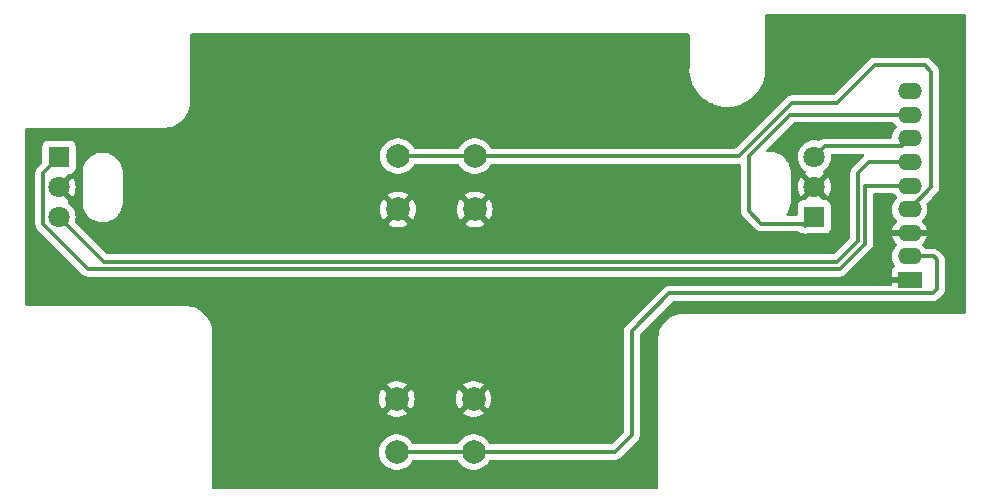
<source format=gbr>
%TF.GenerationSoftware,KiCad,Pcbnew,8.0.4*%
%TF.CreationDate,2024-08-22T22:42:40+01:00*%
%TF.ProjectId,XBox button board_no_LAN-HDD_all tracks front,58426f78-2062-4757-9474-6f6e20626f61,rev?*%
%TF.SameCoordinates,Original*%
%TF.FileFunction,Copper,L1,Top*%
%TF.FilePolarity,Positive*%
%FSLAX46Y46*%
G04 Gerber Fmt 4.6, Leading zero omitted, Abs format (unit mm)*
G04 Created by KiCad (PCBNEW 8.0.4) date 2024-08-22 22:42:40*
%MOMM*%
%LPD*%
G01*
G04 APERTURE LIST*
%TA.AperFunction,ComponentPad*%
%ADD10C,2.000000*%
%TD*%
%TA.AperFunction,ComponentPad*%
%ADD11R,1.800000X1.800000*%
%TD*%
%TA.AperFunction,ComponentPad*%
%ADD12C,1.800000*%
%TD*%
%TA.AperFunction,ComponentPad*%
%ADD13R,2.000000X1.400000*%
%TD*%
%TA.AperFunction,ComponentPad*%
%ADD14O,2.000000X1.400000*%
%TD*%
%TA.AperFunction,Conductor*%
%ADD15C,0.300000*%
%TD*%
G04 APERTURE END LIST*
D10*
%TO.P,EJECT,1,1*%
%TO.N,GND*%
X147510830Y-94700000D03*
X141010830Y-94700000D03*
%TO.P,EJECT,2,2*%
%TO.N,Net-(J1-Pin_4)*%
X147510830Y-90200000D03*
X141010830Y-90200000D03*
%TD*%
D11*
%TO.P,D1,1,A1*%
%TO.N,Net-(D1-A1)*%
X112308830Y-90279000D03*
D12*
%TO.P,D1,2,K*%
%TO.N,GND*%
X112308830Y-92819000D03*
%TO.P,D1,3,A2*%
%TO.N,Net-(D1-A2)*%
X112308830Y-95359000D03*
%TD*%
D13*
%TO.P,J1,1,Pin_1*%
%TO.N,GND*%
X184317830Y-100693000D03*
D14*
%TO.P,J1,2,Pin_2*%
%TO.N,Net-(J1-Pin_2)*%
X184317830Y-98693000D03*
%TO.P,J1,3,Pin_3*%
%TO.N,GND*%
X184317830Y-96693000D03*
%TO.P,J1,4,Pin_4*%
%TO.N,Net-(J1-Pin_4)*%
X184317830Y-94693000D03*
%TO.P,J1,5,Pin_5*%
%TO.N,Net-(D1-A1)*%
X184317830Y-92693000D03*
%TO.P,J1,6,Pin_6*%
%TO.N,Net-(D1-A2)*%
X184317830Y-90693000D03*
%TO.P,J1,7,Pin_7*%
%TO.N,Net-(D2-A2)*%
X184317830Y-88693000D03*
%TO.P,J1,8,Pin_8*%
%TO.N,Net-(D2-A1)*%
X184317830Y-86693000D03*
%TO.P,J1,9,Pin_9*%
%TO.N,unconnected-(J1-Pin_9-Pad9)*%
X184317830Y-84693000D03*
%TD*%
D10*
%TO.P,POWER,1,1*%
%TO.N,GND*%
X140910830Y-110750000D03*
X147410830Y-110750000D03*
%TO.P,POWER,2,2*%
%TO.N,Net-(J1-Pin_2)*%
X140910830Y-115250000D03*
X147410830Y-115250000D03*
%TD*%
D11*
%TO.P,D2,1,A1*%
%TO.N,Net-(D2-A1)*%
X176250000Y-95330000D03*
D12*
%TO.P,D2,2,K*%
%TO.N,GND*%
X176250000Y-92790000D03*
%TO.P,D2,3,A2*%
%TO.N,Net-(D2-A2)*%
X176250000Y-90250000D03*
%TD*%
D15*
%TO.N,Net-(D1-A1)*%
X110958830Y-95918189D02*
X110958830Y-91629000D01*
X178409358Y-99750000D02*
X114790641Y-99750000D01*
X180617830Y-92693000D02*
X180560830Y-92750000D01*
X110958830Y-91629000D02*
X112308830Y-90279000D01*
X114790641Y-99750000D02*
X110958830Y-95918189D01*
X184317830Y-92693000D02*
X180617830Y-92693000D01*
X180560830Y-97598528D02*
X178409358Y-99750000D01*
X180560830Y-92750000D02*
X180560830Y-97598528D01*
%TO.N,Net-(D1-A2)*%
X179960830Y-97350000D02*
X178160830Y-99150000D01*
X180917830Y-90693000D02*
X179960830Y-91650000D01*
X184317830Y-90693000D02*
X180917830Y-90693000D01*
X179960830Y-91650000D02*
X179960830Y-97350000D01*
X178160830Y-99150000D02*
X116099830Y-99150000D01*
X116099830Y-99150000D02*
X112308830Y-95359000D01*
%TO.N,Net-(D2-A1)*%
X175671213Y-95908787D02*
X176250000Y-95330000D01*
X184317830Y-86693000D02*
X174217830Y-86693000D01*
X175500870Y-96100000D02*
X176130592Y-95470278D01*
X175661491Y-96058787D02*
X176250000Y-95470278D01*
X170698169Y-90212661D02*
X170698169Y-94848169D01*
X171758787Y-95908787D02*
X175671213Y-95908787D01*
X174217830Y-86693000D02*
X170698169Y-90212661D01*
X170698169Y-94848169D02*
X171758787Y-95908787D01*
%TO.N,Net-(J1-Pin_4)*%
X184317830Y-94693000D02*
X186160830Y-92850000D01*
X169862302Y-90200000D02*
X147510830Y-90200000D01*
X186160830Y-92850000D02*
X186160830Y-83050000D01*
X178160830Y-85700000D02*
X174362302Y-85700000D01*
X181360830Y-82500000D02*
X178160830Y-85700000D01*
X141010830Y-90200000D02*
X147510830Y-90200000D01*
X186160830Y-83050000D02*
X185610830Y-82500000D01*
X174362302Y-85700000D02*
X169862302Y-90200000D01*
X185610830Y-82500000D02*
X181360830Y-82500000D01*
%TO.N,Net-(J1-Pin_2)*%
X186660830Y-101450000D02*
X186292830Y-101818000D01*
X186353830Y-98693000D02*
X186660830Y-99000000D01*
X163992830Y-101818000D02*
X160810830Y-105000000D01*
X160810830Y-113800000D02*
X159360830Y-115250000D01*
X140910830Y-115250000D02*
X147410830Y-115250000D01*
X160810830Y-105000000D02*
X160810830Y-113800000D01*
X159360830Y-115250000D02*
X147410830Y-115250000D01*
X186292830Y-101818000D02*
X163992830Y-101818000D01*
X186660830Y-99000000D02*
X186660830Y-101450000D01*
X184317830Y-98693000D02*
X186353830Y-98693000D01*
%TO.N,Net-(D2-A2)*%
X184317830Y-88693000D02*
X183642830Y-89368000D01*
X183642830Y-89368000D02*
X177132000Y-89368000D01*
X177132000Y-89368000D02*
X176250000Y-90250000D01*
%TD*%
%TA.AperFunction,Conductor*%
%TO.N,GND*%
G36*
X183010404Y-87363185D02*
G01*
X183043682Y-87394613D01*
X183078168Y-87442079D01*
X183102141Y-87475074D01*
X183232386Y-87605319D01*
X183265871Y-87666642D01*
X183260887Y-87736334D01*
X183232386Y-87780681D01*
X183102142Y-87910924D01*
X183102142Y-87910925D01*
X183102140Y-87910927D01*
X183083737Y-87936257D01*
X182991070Y-88063800D01*
X182905284Y-88232163D01*
X182846889Y-88411881D01*
X182817331Y-88598504D01*
X182816961Y-88603217D01*
X182792083Y-88668508D01*
X182735856Y-88709984D01*
X182693342Y-88717500D01*
X177067929Y-88717500D01*
X176942261Y-88742497D01*
X176942255Y-88742499D01*
X176823870Y-88791535D01*
X176717334Y-88862720D01*
X176713261Y-88866063D01*
X176648948Y-88893369D01*
X176600165Y-88888113D01*
X176599951Y-88888960D01*
X176594987Y-88887703D01*
X176539836Y-88878500D01*
X176366049Y-88849500D01*
X176133951Y-88849500D01*
X176088164Y-88857140D01*
X175905015Y-88887702D01*
X175685504Y-88963061D01*
X175685495Y-88963064D01*
X175481371Y-89073531D01*
X175481365Y-89073535D01*
X175298222Y-89216081D01*
X175298219Y-89216084D01*
X175141016Y-89386852D01*
X175014075Y-89581151D01*
X174920842Y-89793699D01*
X174863866Y-90018691D01*
X174863864Y-90018702D01*
X174844700Y-90249993D01*
X174844700Y-90250006D01*
X174863864Y-90481297D01*
X174863866Y-90481308D01*
X174920842Y-90706300D01*
X175014075Y-90918848D01*
X175141016Y-91113147D01*
X175141019Y-91113151D01*
X175141021Y-91113153D01*
X175298216Y-91283913D01*
X175474777Y-91421335D01*
X175476225Y-91422462D01*
X175517038Y-91479173D01*
X175520713Y-91548946D01*
X175486082Y-91609629D01*
X175476225Y-91618170D01*
X175451201Y-91637646D01*
X175451200Y-91637647D01*
X176161415Y-92347861D01*
X176076306Y-92370667D01*
X175973694Y-92429910D01*
X175889910Y-92513694D01*
X175830667Y-92616306D01*
X175807861Y-92701415D01*
X175098811Y-91992365D01*
X175014516Y-92121390D01*
X174921317Y-92333864D01*
X174864361Y-92558781D01*
X174845202Y-92789994D01*
X174845202Y-92790005D01*
X174864361Y-93021218D01*
X174921317Y-93246135D01*
X175014515Y-93458606D01*
X175098812Y-93587633D01*
X175807861Y-92878584D01*
X175830667Y-92963694D01*
X175889910Y-93066306D01*
X175973694Y-93150090D01*
X176076306Y-93209333D01*
X176161414Y-93232138D01*
X175500371Y-93893181D01*
X175439048Y-93926666D01*
X175412691Y-93929500D01*
X175302130Y-93929500D01*
X175302123Y-93929501D01*
X175242516Y-93935908D01*
X175107671Y-93986202D01*
X175107664Y-93986206D01*
X174992455Y-94072452D01*
X174992452Y-94072455D01*
X174906206Y-94187664D01*
X174906202Y-94187671D01*
X174855908Y-94322517D01*
X174849501Y-94382116D01*
X174849501Y-94382123D01*
X174849500Y-94382135D01*
X174849500Y-95134287D01*
X174829815Y-95201326D01*
X174777011Y-95247081D01*
X174725500Y-95258287D01*
X174018944Y-95258287D01*
X173951905Y-95238602D01*
X173906150Y-95185798D01*
X173896206Y-95116640D01*
X173916488Y-95064438D01*
X174026805Y-94902634D01*
X174137389Y-94673004D01*
X174212513Y-94429458D01*
X174250500Y-94177435D01*
X174250500Y-94050000D01*
X174250500Y-94010118D01*
X174250500Y-91510118D01*
X174250500Y-91422565D01*
X174212513Y-91170542D01*
X174137389Y-90926996D01*
X174107961Y-90865888D01*
X174026809Y-90697373D01*
X174026808Y-90697372D01*
X174026807Y-90697371D01*
X174026805Y-90697366D01*
X173883232Y-90486783D01*
X173709877Y-90299950D01*
X173510612Y-90141041D01*
X173289888Y-90013607D01*
X173052637Y-89920492D01*
X173052630Y-89920490D01*
X172804154Y-89863777D01*
X172550005Y-89844732D01*
X172549995Y-89844732D01*
X172295844Y-89863777D01*
X172289360Y-89865257D01*
X172219621Y-89860981D01*
X172163265Y-89819681D01*
X172138183Y-89754468D01*
X172152340Y-89686048D01*
X172174086Y-89656688D01*
X174450957Y-87379819D01*
X174512280Y-87346334D01*
X174538638Y-87343500D01*
X182943365Y-87343500D01*
X183010404Y-87363185D01*
G37*
%TD.AperFunction*%
%TA.AperFunction,Conductor*%
G36*
X188946334Y-78160493D02*
G01*
X189013371Y-78180179D01*
X189059125Y-78232984D01*
X189070330Y-78284493D01*
X189070330Y-103416500D01*
X189050645Y-103483539D01*
X188997841Y-103529294D01*
X188946330Y-103540500D01*
X165184040Y-103540500D01*
X165183741Y-103540528D01*
X165102724Y-103540528D01*
X164838450Y-103572614D01*
X164838449Y-103572614D01*
X164579992Y-103636314D01*
X164331071Y-103730713D01*
X164095350Y-103854426D01*
X164095338Y-103854433D01*
X163876266Y-104005645D01*
X163677000Y-104182177D01*
X163500469Y-104381437D01*
X163456734Y-104444798D01*
X163349238Y-104600530D01*
X163225529Y-104836235D01*
X163131126Y-105085154D01*
X163067418Y-105343627D01*
X163035330Y-105607892D01*
X163035330Y-118275500D01*
X163015645Y-118342539D01*
X162962841Y-118388294D01*
X162911330Y-118399500D01*
X125374644Y-118399500D01*
X125307605Y-118379815D01*
X125261850Y-118327011D01*
X125250644Y-118275445D01*
X125251376Y-116628827D01*
X125253989Y-110749994D01*
X139405689Y-110749994D01*
X139405689Y-110750005D01*
X139426215Y-110997729D01*
X139426217Y-110997738D01*
X139487242Y-111238717D01*
X139587096Y-111466364D01*
X139687394Y-111619882D01*
X140387042Y-110920234D01*
X140398312Y-110962292D01*
X140470720Y-111087708D01*
X140573122Y-111190110D01*
X140698538Y-111262518D01*
X140740595Y-111273787D01*
X140040772Y-111973609D01*
X140087598Y-112010055D01*
X140087600Y-112010056D01*
X140306215Y-112128364D01*
X140306226Y-112128369D01*
X140541336Y-112209083D01*
X140786537Y-112250000D01*
X141035123Y-112250000D01*
X141280323Y-112209083D01*
X141515433Y-112128369D01*
X141515444Y-112128364D01*
X141734058Y-112010057D01*
X141734061Y-112010055D01*
X141780886Y-111973609D01*
X141081064Y-111273787D01*
X141123122Y-111262518D01*
X141248538Y-111190110D01*
X141350940Y-111087708D01*
X141423348Y-110962292D01*
X141434617Y-110920234D01*
X142134264Y-111619882D01*
X142234561Y-111466369D01*
X142334417Y-111238717D01*
X142395442Y-110997738D01*
X142395444Y-110997729D01*
X142415971Y-110750005D01*
X142415971Y-110749994D01*
X145905689Y-110749994D01*
X145905689Y-110750005D01*
X145926215Y-110997729D01*
X145926217Y-110997738D01*
X145987242Y-111238717D01*
X146087096Y-111466364D01*
X146187394Y-111619882D01*
X146887042Y-110920234D01*
X146898312Y-110962292D01*
X146970720Y-111087708D01*
X147073122Y-111190110D01*
X147198538Y-111262518D01*
X147240595Y-111273787D01*
X146540772Y-111973609D01*
X146587598Y-112010055D01*
X146587600Y-112010056D01*
X146806215Y-112128364D01*
X146806226Y-112128369D01*
X147041336Y-112209083D01*
X147286537Y-112250000D01*
X147535123Y-112250000D01*
X147780323Y-112209083D01*
X148015433Y-112128369D01*
X148015444Y-112128364D01*
X148234058Y-112010057D01*
X148234061Y-112010055D01*
X148280886Y-111973609D01*
X147581064Y-111273787D01*
X147623122Y-111262518D01*
X147748538Y-111190110D01*
X147850940Y-111087708D01*
X147923348Y-110962292D01*
X147934617Y-110920234D01*
X148634264Y-111619882D01*
X148734561Y-111466369D01*
X148834417Y-111238717D01*
X148895442Y-110997738D01*
X148895444Y-110997729D01*
X148915971Y-110750005D01*
X148915971Y-110749994D01*
X148895444Y-110502270D01*
X148895442Y-110502261D01*
X148834417Y-110261282D01*
X148734561Y-110033630D01*
X148634264Y-109880116D01*
X147934617Y-110579764D01*
X147923348Y-110537708D01*
X147850940Y-110412292D01*
X147748538Y-110309890D01*
X147623122Y-110237482D01*
X147581065Y-110226212D01*
X148280887Y-109526390D01*
X148280886Y-109526389D01*
X148234059Y-109489943D01*
X148015444Y-109371635D01*
X148015433Y-109371630D01*
X147780323Y-109290916D01*
X147535123Y-109250000D01*
X147286537Y-109250000D01*
X147041336Y-109290916D01*
X146806226Y-109371630D01*
X146806220Y-109371632D01*
X146587591Y-109489949D01*
X146540772Y-109526388D01*
X146540772Y-109526390D01*
X147240595Y-110226212D01*
X147198538Y-110237482D01*
X147073122Y-110309890D01*
X146970720Y-110412292D01*
X146898312Y-110537708D01*
X146887042Y-110579764D01*
X146187394Y-109880116D01*
X146087097Y-110033632D01*
X145987242Y-110261282D01*
X145926217Y-110502261D01*
X145926215Y-110502270D01*
X145905689Y-110749994D01*
X142415971Y-110749994D01*
X142395444Y-110502270D01*
X142395442Y-110502261D01*
X142334417Y-110261282D01*
X142234561Y-110033630D01*
X142134264Y-109880116D01*
X141434617Y-110579764D01*
X141423348Y-110537708D01*
X141350940Y-110412292D01*
X141248538Y-110309890D01*
X141123122Y-110237482D01*
X141081065Y-110226212D01*
X141780887Y-109526390D01*
X141780886Y-109526389D01*
X141734059Y-109489943D01*
X141515444Y-109371635D01*
X141515433Y-109371630D01*
X141280323Y-109290916D01*
X141035123Y-109250000D01*
X140786537Y-109250000D01*
X140541336Y-109290916D01*
X140306226Y-109371630D01*
X140306220Y-109371632D01*
X140087591Y-109489949D01*
X140040772Y-109526388D01*
X140040772Y-109526390D01*
X140740595Y-110226212D01*
X140698538Y-110237482D01*
X140573122Y-110309890D01*
X140470720Y-110412292D01*
X140398312Y-110537708D01*
X140387042Y-110579764D01*
X139687394Y-109880116D01*
X139587097Y-110033632D01*
X139487242Y-110261282D01*
X139426217Y-110502261D01*
X139426215Y-110502270D01*
X139405689Y-110749994D01*
X125253989Y-110749994D01*
X125256518Y-105061196D01*
X125256516Y-105061192D01*
X125256522Y-105049366D01*
X125256520Y-105049351D01*
X125256554Y-104967892D01*
X125224546Y-104703450D01*
X125221696Y-104691873D01*
X125160880Y-104444802D01*
X125160879Y-104444801D01*
X125160879Y-104444798D01*
X125066482Y-104195712D01*
X124942734Y-103959830D01*
X124869995Y-103854426D01*
X124791439Y-103740592D01*
X124791438Y-103740591D01*
X124614811Y-103541203D01*
X124415421Y-103364569D01*
X124196185Y-103213275D01*
X123960303Y-103089523D01*
X123711224Y-102995127D01*
X123452570Y-102931457D01*
X123452564Y-102931456D01*
X123188134Y-102899447D01*
X123188129Y-102899447D01*
X123187559Y-102899447D01*
X123109275Y-102899478D01*
X123109264Y-102899477D01*
X123064268Y-102899495D01*
X123064269Y-102899496D01*
X123054943Y-102899500D01*
X123015061Y-102899516D01*
X123015061Y-102899517D01*
X123015059Y-102899517D01*
X122632436Y-102899683D01*
X109585384Y-102905358D01*
X109518336Y-102885703D01*
X109472558Y-102832919D01*
X109461330Y-102781358D01*
X109461330Y-91564928D01*
X110308330Y-91564928D01*
X110308330Y-95982258D01*
X110319007Y-96035930D01*
X110319007Y-96035933D01*
X110333327Y-96107925D01*
X110333329Y-96107933D01*
X110371464Y-96200000D01*
X110382365Y-96226316D01*
X110426921Y-96293000D01*
X110453556Y-96332862D01*
X114375967Y-100255273D01*
X114375970Y-100255275D01*
X114375972Y-100255277D01*
X114482514Y-100326465D01*
X114600897Y-100375501D01*
X114600901Y-100375501D01*
X114600902Y-100375502D01*
X114726569Y-100400500D01*
X114726572Y-100400500D01*
X178473429Y-100400500D01*
X178557973Y-100383682D01*
X178599102Y-100375501D01*
X178717485Y-100326465D01*
X178824027Y-100255277D01*
X181066107Y-98013197D01*
X181137295Y-97906655D01*
X181186331Y-97788272D01*
X181196733Y-97735981D01*
X181211330Y-97662599D01*
X181211330Y-93467500D01*
X181231015Y-93400461D01*
X181283819Y-93354706D01*
X181335330Y-93343500D01*
X182943365Y-93343500D01*
X183010404Y-93363185D01*
X183043682Y-93394613D01*
X183076616Y-93439943D01*
X183102141Y-93475074D01*
X183232386Y-93605319D01*
X183265871Y-93666642D01*
X183260887Y-93736334D01*
X183232386Y-93780681D01*
X183102142Y-93910924D01*
X183102142Y-93910925D01*
X183102140Y-93910927D01*
X183067576Y-93958500D01*
X182991070Y-94063800D01*
X182905284Y-94232163D01*
X182846889Y-94411881D01*
X182817330Y-94598513D01*
X182817330Y-94787486D01*
X182846889Y-94974118D01*
X182905284Y-95153836D01*
X182958505Y-95258287D01*
X182991070Y-95322199D01*
X183102140Y-95475073D01*
X183102142Y-95475075D01*
X183232739Y-95605672D01*
X183266224Y-95666995D01*
X183261240Y-95736687D01*
X183232739Y-95781034D01*
X183102519Y-95911253D01*
X183102515Y-95911258D01*
X182991500Y-96064059D01*
X182905744Y-96232362D01*
X182847378Y-96411997D01*
X182842468Y-96443000D01*
X184002144Y-96443000D01*
X183997750Y-96447394D01*
X183945089Y-96538606D01*
X183917830Y-96640339D01*
X183917830Y-96745661D01*
X183945089Y-96847394D01*
X183997750Y-96938606D01*
X184002144Y-96943000D01*
X182842468Y-96943000D01*
X182847378Y-96974002D01*
X182905744Y-97153637D01*
X182991500Y-97321940D01*
X183102515Y-97474741D01*
X183102519Y-97474746D01*
X183232739Y-97604966D01*
X183266224Y-97666289D01*
X183261240Y-97735981D01*
X183232739Y-97780328D01*
X183102142Y-97910924D01*
X183102142Y-97910925D01*
X183102140Y-97910927D01*
X183054440Y-97976579D01*
X182991070Y-98063800D01*
X182905284Y-98232163D01*
X182846889Y-98411881D01*
X182817330Y-98598513D01*
X182817330Y-98787486D01*
X182846889Y-98974118D01*
X182905284Y-99153836D01*
X182991070Y-99322199D01*
X183056082Y-99411680D01*
X183079562Y-99477485D01*
X183063737Y-99545539D01*
X183030076Y-99583831D01*
X182960639Y-99635812D01*
X182874479Y-99750906D01*
X182874475Y-99750913D01*
X182824233Y-99885620D01*
X182824231Y-99885627D01*
X182817830Y-99945155D01*
X182817830Y-100443000D01*
X184002144Y-100443000D01*
X183997750Y-100447394D01*
X183945089Y-100538606D01*
X183917830Y-100640339D01*
X183917830Y-100745661D01*
X183945089Y-100847394D01*
X183997750Y-100938606D01*
X184002144Y-100943000D01*
X182817830Y-100943000D01*
X182817830Y-101043500D01*
X182798145Y-101110539D01*
X182745341Y-101156294D01*
X182693830Y-101167500D01*
X163928759Y-101167500D01*
X163803091Y-101192497D01*
X163803081Y-101192500D01*
X163754050Y-101212810D01*
X163684711Y-101241530D01*
X163684693Y-101241540D01*
X163578162Y-101312721D01*
X163578155Y-101312727D01*
X160305556Y-104585326D01*
X160234364Y-104691874D01*
X160185329Y-104810255D01*
X160185327Y-104810261D01*
X160160330Y-104935928D01*
X160160330Y-113479192D01*
X160140645Y-113546231D01*
X160124011Y-113566873D01*
X159127703Y-114563181D01*
X159066380Y-114596666D01*
X159040022Y-114599500D01*
X148844667Y-114599500D01*
X148777628Y-114579815D01*
X148738268Y-114537384D01*
X148737808Y-114537686D01*
X148736044Y-114534987D01*
X148735616Y-114534525D01*
X148735003Y-114533393D01*
X148598996Y-114325217D01*
X148577387Y-114301744D01*
X148430574Y-114142262D01*
X148234339Y-113989526D01*
X148234337Y-113989525D01*
X148234336Y-113989524D01*
X148015641Y-113871172D01*
X148015632Y-113871169D01*
X147780446Y-113790429D01*
X147535165Y-113749500D01*
X147286495Y-113749500D01*
X147041213Y-113790429D01*
X146806027Y-113871169D01*
X146806018Y-113871172D01*
X146587323Y-113989524D01*
X146391087Y-114142261D01*
X146222663Y-114325217D01*
X146086656Y-114533393D01*
X146086044Y-114534525D01*
X146085672Y-114534898D01*
X146083852Y-114537686D01*
X146083278Y-114537311D01*
X146036821Y-114584112D01*
X145976993Y-114599500D01*
X142344667Y-114599500D01*
X142277628Y-114579815D01*
X142238268Y-114537384D01*
X142237808Y-114537686D01*
X142236044Y-114534987D01*
X142235616Y-114534525D01*
X142235003Y-114533393D01*
X142098996Y-114325217D01*
X142077387Y-114301744D01*
X141930574Y-114142262D01*
X141734339Y-113989526D01*
X141734337Y-113989525D01*
X141734336Y-113989524D01*
X141515641Y-113871172D01*
X141515632Y-113871169D01*
X141280446Y-113790429D01*
X141035165Y-113749500D01*
X140786495Y-113749500D01*
X140541213Y-113790429D01*
X140306027Y-113871169D01*
X140306018Y-113871172D01*
X140087323Y-113989524D01*
X139891087Y-114142261D01*
X139722663Y-114325217D01*
X139586656Y-114533393D01*
X139486766Y-114761118D01*
X139425722Y-115002175D01*
X139425720Y-115002187D01*
X139405187Y-115249994D01*
X139405187Y-115250005D01*
X139425720Y-115497812D01*
X139425722Y-115497824D01*
X139486766Y-115738881D01*
X139586656Y-115966606D01*
X139722663Y-116174782D01*
X139722666Y-116174785D01*
X139891086Y-116357738D01*
X140087321Y-116510474D01*
X140306020Y-116628828D01*
X140541216Y-116709571D01*
X140786495Y-116750500D01*
X141035165Y-116750500D01*
X141280444Y-116709571D01*
X141515640Y-116628828D01*
X141734339Y-116510474D01*
X141930574Y-116357738D01*
X142098994Y-116174785D01*
X142235003Y-115966607D01*
X142235005Y-115966601D01*
X142235616Y-115965475D01*
X142235987Y-115965101D01*
X142237808Y-115962314D01*
X142238381Y-115962688D01*
X142284839Y-115915888D01*
X142344667Y-115900500D01*
X145976993Y-115900500D01*
X146044032Y-115920185D01*
X146083391Y-115962615D01*
X146083852Y-115962314D01*
X146085615Y-115965012D01*
X146086044Y-115965475D01*
X146086656Y-115966606D01*
X146222663Y-116174782D01*
X146222666Y-116174785D01*
X146391086Y-116357738D01*
X146587321Y-116510474D01*
X146806020Y-116628828D01*
X147041216Y-116709571D01*
X147286495Y-116750500D01*
X147535165Y-116750500D01*
X147780444Y-116709571D01*
X148015640Y-116628828D01*
X148234339Y-116510474D01*
X148430574Y-116357738D01*
X148598994Y-116174785D01*
X148735003Y-115966607D01*
X148735005Y-115966601D01*
X148735616Y-115965475D01*
X148735987Y-115965101D01*
X148737808Y-115962314D01*
X148738381Y-115962688D01*
X148784839Y-115915888D01*
X148844667Y-115900500D01*
X159424901Y-115900500D01*
X159509445Y-115883682D01*
X159550574Y-115875501D01*
X159668957Y-115826465D01*
X159775499Y-115755277D01*
X161316107Y-114214669D01*
X161387296Y-114108126D01*
X161436331Y-113989743D01*
X161461330Y-113864069D01*
X161461330Y-113735931D01*
X161461330Y-105320808D01*
X161481015Y-105253769D01*
X161497649Y-105233127D01*
X164225957Y-102504819D01*
X164287280Y-102471334D01*
X164313638Y-102468500D01*
X186356901Y-102468500D01*
X186441445Y-102451682D01*
X186482574Y-102443501D01*
X186600957Y-102394465D01*
X186707499Y-102323277D01*
X187166107Y-101864669D01*
X187237296Y-101758126D01*
X187286331Y-101639743D01*
X187311330Y-101514069D01*
X187311330Y-101385931D01*
X187311330Y-98935931D01*
X187311330Y-98935928D01*
X187286332Y-98810261D01*
X187286331Y-98810260D01*
X187286331Y-98810256D01*
X187255296Y-98735331D01*
X187237296Y-98691874D01*
X187166107Y-98585331D01*
X187166102Y-98585325D01*
X186768503Y-98187726D01*
X186768499Y-98187723D01*
X186661957Y-98116535D01*
X186543574Y-98067499D01*
X186524983Y-98063801D01*
X186524978Y-98063800D01*
X186417901Y-98042500D01*
X186417899Y-98042500D01*
X185692295Y-98042500D01*
X185625256Y-98022815D01*
X185591977Y-97991386D01*
X185533520Y-97910927D01*
X185402921Y-97780328D01*
X185369436Y-97719005D01*
X185374420Y-97649313D01*
X185402921Y-97604966D01*
X185533140Y-97474746D01*
X185533144Y-97474741D01*
X185644159Y-97321940D01*
X185729915Y-97153637D01*
X185788281Y-96974002D01*
X185793192Y-96943000D01*
X184633516Y-96943000D01*
X184637910Y-96938606D01*
X184690571Y-96847394D01*
X184717830Y-96745661D01*
X184717830Y-96640339D01*
X184690571Y-96538606D01*
X184637910Y-96447394D01*
X184633516Y-96443000D01*
X185793192Y-96443000D01*
X185788281Y-96411997D01*
X185729915Y-96232362D01*
X185644159Y-96064059D01*
X185533144Y-95911258D01*
X185533140Y-95911253D01*
X185402921Y-95781034D01*
X185369436Y-95719711D01*
X185374420Y-95650019D01*
X185402921Y-95605672D01*
X185438711Y-95569882D01*
X185533520Y-95475073D01*
X185644590Y-95322199D01*
X185730377Y-95153832D01*
X185788770Y-94974118D01*
X185798571Y-94912238D01*
X185818330Y-94787486D01*
X185818330Y-94598513D01*
X185788770Y-94411881D01*
X185759733Y-94322516D01*
X185746066Y-94280456D01*
X185744072Y-94210617D01*
X185776317Y-94154458D01*
X186194442Y-93736334D01*
X186666107Y-93264669D01*
X186737296Y-93158126D01*
X186786331Y-93039743D01*
X186794013Y-93001127D01*
X186811330Y-92914069D01*
X186811330Y-82985931D01*
X186811330Y-82985928D01*
X186786332Y-82860261D01*
X186786331Y-82860260D01*
X186786331Y-82860256D01*
X186737295Y-82741873D01*
X186702464Y-82689744D01*
X186702464Y-82689743D01*
X186666109Y-82635334D01*
X186666103Y-82635326D01*
X186025503Y-81994726D01*
X186025499Y-81994723D01*
X185918957Y-81923535D01*
X185800574Y-81874499D01*
X185800568Y-81874497D01*
X185674901Y-81849500D01*
X185674899Y-81849500D01*
X181296761Y-81849500D01*
X181296759Y-81849500D01*
X181171091Y-81874497D01*
X181171085Y-81874499D01*
X181052700Y-81923535D01*
X180946161Y-81994722D01*
X180946154Y-81994728D01*
X177927703Y-85013181D01*
X177866380Y-85046666D01*
X177840022Y-85049500D01*
X174298231Y-85049500D01*
X174172563Y-85074497D01*
X174172557Y-85074499D01*
X174054176Y-85123534D01*
X173947628Y-85194726D01*
X173947627Y-85194727D01*
X169629175Y-89513181D01*
X169567852Y-89546666D01*
X169541494Y-89549500D01*
X148944667Y-89549500D01*
X148877628Y-89529815D01*
X148838268Y-89487384D01*
X148837808Y-89487686D01*
X148836044Y-89484987D01*
X148835616Y-89484525D01*
X148835003Y-89483393D01*
X148698996Y-89275217D01*
X148571453Y-89136669D01*
X148530574Y-89092262D01*
X148334339Y-88939526D01*
X148334337Y-88939525D01*
X148334336Y-88939524D01*
X148115641Y-88821172D01*
X148115632Y-88821169D01*
X147880446Y-88740429D01*
X147635165Y-88699500D01*
X147386495Y-88699500D01*
X147141213Y-88740429D01*
X146906027Y-88821169D01*
X146906018Y-88821172D01*
X146687323Y-88939524D01*
X146491087Y-89092261D01*
X146322663Y-89275217D01*
X146186656Y-89483393D01*
X146186044Y-89484525D01*
X146185672Y-89484898D01*
X146183852Y-89487686D01*
X146183278Y-89487311D01*
X146136821Y-89534112D01*
X146076993Y-89549500D01*
X142444667Y-89549500D01*
X142377628Y-89529815D01*
X142338268Y-89487384D01*
X142337808Y-89487686D01*
X142336044Y-89484987D01*
X142335616Y-89484525D01*
X142335003Y-89483393D01*
X142198996Y-89275217D01*
X142071453Y-89136669D01*
X142030574Y-89092262D01*
X141834339Y-88939526D01*
X141834337Y-88939525D01*
X141834336Y-88939524D01*
X141615641Y-88821172D01*
X141615632Y-88821169D01*
X141380446Y-88740429D01*
X141135165Y-88699500D01*
X140886495Y-88699500D01*
X140641213Y-88740429D01*
X140406027Y-88821169D01*
X140406018Y-88821172D01*
X140187323Y-88939524D01*
X139991087Y-89092261D01*
X139822663Y-89275217D01*
X139686656Y-89483393D01*
X139586766Y-89711118D01*
X139525722Y-89952175D01*
X139525720Y-89952187D01*
X139505187Y-90199994D01*
X139505187Y-90200005D01*
X139525720Y-90447812D01*
X139525722Y-90447824D01*
X139586766Y-90688881D01*
X139686656Y-90916606D01*
X139822663Y-91124782D01*
X139822666Y-91124785D01*
X139991086Y-91307738D01*
X140187321Y-91460474D01*
X140221874Y-91479173D01*
X140380340Y-91564931D01*
X140406020Y-91578828D01*
X140641216Y-91659571D01*
X140886495Y-91700500D01*
X141135165Y-91700500D01*
X141380444Y-91659571D01*
X141615640Y-91578828D01*
X141834339Y-91460474D01*
X142030574Y-91307738D01*
X142198994Y-91124785D01*
X142335003Y-90916607D01*
X142335005Y-90916601D01*
X142335616Y-90915475D01*
X142335987Y-90915101D01*
X142337808Y-90912314D01*
X142338381Y-90912688D01*
X142384839Y-90865888D01*
X142444667Y-90850500D01*
X146076993Y-90850500D01*
X146144032Y-90870185D01*
X146183391Y-90912615D01*
X146183852Y-90912314D01*
X146185615Y-90915012D01*
X146186044Y-90915475D01*
X146186656Y-90916606D01*
X146322663Y-91124782D01*
X146322666Y-91124785D01*
X146491086Y-91307738D01*
X146687321Y-91460474D01*
X146721874Y-91479173D01*
X146880340Y-91564931D01*
X146906020Y-91578828D01*
X147141216Y-91659571D01*
X147386495Y-91700500D01*
X147635165Y-91700500D01*
X147880444Y-91659571D01*
X148115640Y-91578828D01*
X148334339Y-91460474D01*
X148530574Y-91307738D01*
X148698994Y-91124785D01*
X148835003Y-90916607D01*
X148835005Y-90916601D01*
X148835616Y-90915475D01*
X148835987Y-90915101D01*
X148837808Y-90912314D01*
X148838381Y-90912688D01*
X148884839Y-90865888D01*
X148944667Y-90850500D01*
X169923669Y-90850500D01*
X169990708Y-90870185D01*
X170036463Y-90922989D01*
X170047669Y-90974500D01*
X170047669Y-94912239D01*
X170069477Y-95021869D01*
X170069477Y-95021871D01*
X170072666Y-95037905D01*
X170072670Y-95037918D01*
X170121701Y-95156292D01*
X170192895Y-95262842D01*
X171344114Y-96414061D01*
X171431317Y-96472328D01*
X171431322Y-96472331D01*
X171431323Y-96472332D01*
X171431322Y-96472332D01*
X171450658Y-96485251D01*
X171450659Y-96485251D01*
X171450660Y-96485252D01*
X171569043Y-96534288D01*
X171569047Y-96534288D01*
X171569048Y-96534289D01*
X171694715Y-96559287D01*
X171694718Y-96559287D01*
X174913434Y-96559287D01*
X174980473Y-96578972D01*
X174987745Y-96584021D01*
X175107664Y-96673793D01*
X175107671Y-96673797D01*
X175242516Y-96724091D01*
X175288329Y-96729016D01*
X175302108Y-96730498D01*
X175302118Y-96730499D01*
X175302127Y-96730500D01*
X175324044Y-96730499D01*
X175348234Y-96732881D01*
X175408971Y-96744963D01*
X175436800Y-96750499D01*
X175436801Y-96750499D01*
X175564940Y-96750499D01*
X175653503Y-96732882D01*
X175677695Y-96730499D01*
X177197871Y-96730499D01*
X177197872Y-96730499D01*
X177257483Y-96724091D01*
X177392331Y-96673796D01*
X177507546Y-96587546D01*
X177593796Y-96472331D01*
X177644091Y-96337483D01*
X177650500Y-96277873D01*
X177650499Y-94382128D01*
X177644091Y-94322517D01*
X177602543Y-94211122D01*
X177593797Y-94187671D01*
X177593793Y-94187664D01*
X177507547Y-94072455D01*
X177507544Y-94072452D01*
X177392335Y-93986206D01*
X177392328Y-93986202D01*
X177257482Y-93935908D01*
X177257483Y-93935908D01*
X177197883Y-93929501D01*
X177197881Y-93929500D01*
X177197873Y-93929500D01*
X177197865Y-93929500D01*
X177087308Y-93929500D01*
X177020269Y-93909815D01*
X176999627Y-93893181D01*
X176338585Y-93232137D01*
X176423694Y-93209333D01*
X176526306Y-93150090D01*
X176610090Y-93066306D01*
X176669333Y-92963694D01*
X176692138Y-92878585D01*
X177401186Y-93587633D01*
X177485482Y-93458611D01*
X177578682Y-93246135D01*
X177635638Y-93021218D01*
X177654798Y-92790005D01*
X177654798Y-92789994D01*
X177635638Y-92558781D01*
X177578682Y-92333864D01*
X177485484Y-92121393D01*
X177401186Y-91992365D01*
X176692137Y-92701414D01*
X176669333Y-92616306D01*
X176610090Y-92513694D01*
X176526306Y-92429910D01*
X176423694Y-92370667D01*
X176338584Y-92347861D01*
X177048797Y-91637647D01*
X177048797Y-91637646D01*
X177023773Y-91618169D01*
X176982961Y-91561459D01*
X176979286Y-91491686D01*
X177013918Y-91431003D01*
X177023760Y-91422473D01*
X177201784Y-91283913D01*
X177358979Y-91113153D01*
X177485924Y-90918849D01*
X177579157Y-90706300D01*
X177636134Y-90481305D01*
X177636135Y-90481297D01*
X177655300Y-90250006D01*
X177655300Y-90250004D01*
X177647241Y-90152739D01*
X177661323Y-90084303D01*
X177710169Y-90034344D01*
X177770818Y-90018500D01*
X180373021Y-90018500D01*
X180440060Y-90038185D01*
X180485815Y-90090989D01*
X180495759Y-90160147D01*
X180466734Y-90223703D01*
X180460702Y-90230181D01*
X179455557Y-91235325D01*
X179455551Y-91235332D01*
X179398398Y-91320869D01*
X179398399Y-91320870D01*
X179398397Y-91320873D01*
X179384365Y-91341873D01*
X179384363Y-91341875D01*
X179384363Y-91341877D01*
X179335329Y-91460255D01*
X179335327Y-91460261D01*
X179310330Y-91585928D01*
X179310330Y-97029192D01*
X179290645Y-97096231D01*
X179274011Y-97116873D01*
X177927703Y-98463181D01*
X177866380Y-98496666D01*
X177840022Y-98499500D01*
X116420638Y-98499500D01*
X116353599Y-98479815D01*
X116332957Y-98463181D01*
X113697323Y-95827547D01*
X113663838Y-95766224D01*
X113664799Y-95709425D01*
X113694961Y-95590317D01*
X113694961Y-95590316D01*
X113694964Y-95590305D01*
X113694965Y-95590297D01*
X113714130Y-95359006D01*
X113714130Y-95358993D01*
X113694965Y-95127702D01*
X113694963Y-95127691D01*
X113637987Y-94902699D01*
X113544754Y-94690151D01*
X113417813Y-94495852D01*
X113417810Y-94495849D01*
X113417809Y-94495847D01*
X113260614Y-94325087D01*
X113082603Y-94186536D01*
X113041791Y-94129826D01*
X113038116Y-94060053D01*
X113072747Y-93999370D01*
X113082602Y-93990831D01*
X113107627Y-93971352D01*
X113107628Y-93971351D01*
X112397415Y-93261138D01*
X112482524Y-93238333D01*
X112585136Y-93179090D01*
X112668920Y-93095306D01*
X112728163Y-92992694D01*
X112750968Y-92907585D01*
X113460016Y-93616633D01*
X113544312Y-93487611D01*
X113637512Y-93275135D01*
X113694468Y-93050218D01*
X113713628Y-92819005D01*
X113713628Y-92818994D01*
X113694468Y-92587781D01*
X113637512Y-92362864D01*
X113544314Y-92150393D01*
X113460016Y-92021365D01*
X112750967Y-92730414D01*
X112728163Y-92645306D01*
X112668920Y-92542694D01*
X112585136Y-92458910D01*
X112482524Y-92399667D01*
X112397414Y-92376861D01*
X113058458Y-91715818D01*
X113119781Y-91682333D01*
X113146139Y-91679499D01*
X113256701Y-91679499D01*
X113256702Y-91679499D01*
X113316313Y-91673091D01*
X113451161Y-91622796D01*
X113566376Y-91536546D01*
X113614277Y-91472559D01*
X114299500Y-91472559D01*
X114299500Y-94227440D01*
X114314219Y-94325086D01*
X114337487Y-94479458D01*
X114337488Y-94479460D01*
X114337489Y-94479466D01*
X114412612Y-94723007D01*
X114523190Y-94952626D01*
X114523191Y-94952627D01*
X114523193Y-94952630D01*
X114523195Y-94952634D01*
X114666768Y-95163217D01*
X114840123Y-95350050D01*
X115039388Y-95508959D01*
X115260112Y-95636393D01*
X115497363Y-95729508D01*
X115745843Y-95786222D01*
X115818459Y-95791663D01*
X115999995Y-95805268D01*
X116000000Y-95805268D01*
X116000005Y-95805268D01*
X116158848Y-95793364D01*
X116254157Y-95786222D01*
X116502637Y-95729508D01*
X116739888Y-95636393D01*
X116960612Y-95508959D01*
X117159877Y-95350050D01*
X117333232Y-95163217D01*
X117476805Y-94952634D01*
X117587389Y-94723004D01*
X117594487Y-94699994D01*
X139505689Y-94699994D01*
X139505689Y-94700005D01*
X139526215Y-94947729D01*
X139526217Y-94947738D01*
X139587242Y-95188717D01*
X139687096Y-95416364D01*
X139787394Y-95569882D01*
X140487042Y-94870234D01*
X140498312Y-94912292D01*
X140570720Y-95037708D01*
X140673122Y-95140110D01*
X140798538Y-95212518D01*
X140840595Y-95223787D01*
X140140772Y-95923609D01*
X140187598Y-95960055D01*
X140187600Y-95960056D01*
X140406215Y-96078364D01*
X140406226Y-96078369D01*
X140641336Y-96159083D01*
X140886537Y-96200000D01*
X141135123Y-96200000D01*
X141380323Y-96159083D01*
X141615433Y-96078369D01*
X141615444Y-96078364D01*
X141834058Y-95960057D01*
X141834061Y-95960055D01*
X141880886Y-95923609D01*
X141181064Y-95223787D01*
X141223122Y-95212518D01*
X141348538Y-95140110D01*
X141450940Y-95037708D01*
X141523348Y-94912292D01*
X141534617Y-94870235D01*
X142234264Y-95569882D01*
X142334561Y-95416369D01*
X142434417Y-95188717D01*
X142495442Y-94947738D01*
X142495444Y-94947729D01*
X142515971Y-94700005D01*
X142515971Y-94699994D01*
X146005689Y-94699994D01*
X146005689Y-94700005D01*
X146026215Y-94947729D01*
X146026217Y-94947738D01*
X146087242Y-95188717D01*
X146187096Y-95416364D01*
X146287394Y-95569882D01*
X146987042Y-94870234D01*
X146998312Y-94912292D01*
X147070720Y-95037708D01*
X147173122Y-95140110D01*
X147298538Y-95212518D01*
X147340595Y-95223787D01*
X146640772Y-95923609D01*
X146687598Y-95960055D01*
X146687600Y-95960056D01*
X146906215Y-96078364D01*
X146906226Y-96078369D01*
X147141336Y-96159083D01*
X147386537Y-96200000D01*
X147635123Y-96200000D01*
X147880323Y-96159083D01*
X148115433Y-96078369D01*
X148115444Y-96078364D01*
X148334058Y-95960057D01*
X148334061Y-95960055D01*
X148380886Y-95923609D01*
X147681064Y-95223787D01*
X147723122Y-95212518D01*
X147848538Y-95140110D01*
X147950940Y-95037708D01*
X148023348Y-94912292D01*
X148034617Y-94870235D01*
X148734264Y-95569882D01*
X148834561Y-95416369D01*
X148934417Y-95188717D01*
X148995442Y-94947738D01*
X148995444Y-94947729D01*
X149015971Y-94700005D01*
X149015971Y-94699994D01*
X148995444Y-94452270D01*
X148995442Y-94452261D01*
X148934417Y-94211282D01*
X148834561Y-93983630D01*
X148734264Y-93830116D01*
X148034617Y-94529764D01*
X148023348Y-94487708D01*
X147950940Y-94362292D01*
X147848538Y-94259890D01*
X147723122Y-94187482D01*
X147681065Y-94176212D01*
X148380887Y-93476390D01*
X148380886Y-93476389D01*
X148334059Y-93439943D01*
X148115444Y-93321635D01*
X148115433Y-93321630D01*
X147880323Y-93240916D01*
X147635123Y-93200000D01*
X147386537Y-93200000D01*
X147141336Y-93240916D01*
X146906226Y-93321630D01*
X146906220Y-93321632D01*
X146687591Y-93439949D01*
X146640772Y-93476388D01*
X146640772Y-93476390D01*
X147340595Y-94176212D01*
X147298538Y-94187482D01*
X147173122Y-94259890D01*
X147070720Y-94362292D01*
X146998312Y-94487708D01*
X146987042Y-94529764D01*
X146287394Y-93830116D01*
X146187097Y-93983632D01*
X146087242Y-94211282D01*
X146026217Y-94452261D01*
X146026215Y-94452270D01*
X146005689Y-94699994D01*
X142515971Y-94699994D01*
X142495444Y-94452270D01*
X142495442Y-94452261D01*
X142434417Y-94211282D01*
X142334561Y-93983630D01*
X142234264Y-93830116D01*
X141534617Y-94529764D01*
X141523348Y-94487708D01*
X141450940Y-94362292D01*
X141348538Y-94259890D01*
X141223122Y-94187482D01*
X141181065Y-94176212D01*
X141880887Y-93476390D01*
X141880886Y-93476389D01*
X141834059Y-93439943D01*
X141615444Y-93321635D01*
X141615433Y-93321630D01*
X141380323Y-93240916D01*
X141135123Y-93200000D01*
X140886537Y-93200000D01*
X140641336Y-93240916D01*
X140406226Y-93321630D01*
X140406220Y-93321632D01*
X140187591Y-93439949D01*
X140140772Y-93476388D01*
X140140772Y-93476390D01*
X140840595Y-94176212D01*
X140798538Y-94187482D01*
X140673122Y-94259890D01*
X140570720Y-94362292D01*
X140498312Y-94487708D01*
X140487042Y-94529764D01*
X139787394Y-93830116D01*
X139687097Y-93983632D01*
X139587242Y-94211282D01*
X139526217Y-94452261D01*
X139526215Y-94452270D01*
X139505689Y-94699994D01*
X117594487Y-94699994D01*
X117662513Y-94479458D01*
X117700500Y-94227435D01*
X117700500Y-94100000D01*
X117700500Y-94060118D01*
X117700500Y-91560118D01*
X117700500Y-91472565D01*
X117662513Y-91220542D01*
X117587389Y-90976996D01*
X117503034Y-90801831D01*
X117476809Y-90747373D01*
X117476808Y-90747372D01*
X117476807Y-90747371D01*
X117476805Y-90747366D01*
X117333232Y-90536783D01*
X117159877Y-90349950D01*
X116960612Y-90191041D01*
X116739888Y-90063607D01*
X116502637Y-89970492D01*
X116502630Y-89970490D01*
X116254154Y-89913777D01*
X116000005Y-89894732D01*
X115999995Y-89894732D01*
X115745845Y-89913777D01*
X115497369Y-89970490D01*
X115497362Y-89970492D01*
X115260109Y-90063608D01*
X115039388Y-90191041D01*
X114840123Y-90349950D01*
X114840121Y-90349952D01*
X114666768Y-90536782D01*
X114523191Y-90747372D01*
X114523190Y-90747373D01*
X114412612Y-90976992D01*
X114337489Y-91220533D01*
X114337488Y-91220538D01*
X114337487Y-91220542D01*
X114335259Y-91235325D01*
X114299500Y-91472559D01*
X113614277Y-91472559D01*
X113652626Y-91421331D01*
X113702921Y-91286483D01*
X113709330Y-91226873D01*
X113709329Y-89331128D01*
X113702921Y-89271517D01*
X113652626Y-89136669D01*
X113652625Y-89136668D01*
X113652623Y-89136664D01*
X113566377Y-89021455D01*
X113566374Y-89021452D01*
X113451165Y-88935206D01*
X113451158Y-88935202D01*
X113316312Y-88884908D01*
X113316313Y-88884908D01*
X113256713Y-88878501D01*
X113256711Y-88878500D01*
X113256703Y-88878500D01*
X113256694Y-88878500D01*
X111360959Y-88878500D01*
X111360953Y-88878501D01*
X111301346Y-88884908D01*
X111166501Y-88935202D01*
X111166494Y-88935206D01*
X111051285Y-89021452D01*
X111051282Y-89021455D01*
X110965036Y-89136664D01*
X110965032Y-89136671D01*
X110914738Y-89271517D01*
X110908331Y-89331116D01*
X110908331Y-89331123D01*
X110908330Y-89331135D01*
X110908330Y-90708191D01*
X110888645Y-90775230D01*
X110872011Y-90795872D01*
X110453555Y-91214328D01*
X110453549Y-91214336D01*
X110383951Y-91318498D01*
X110383946Y-91318506D01*
X110382365Y-91320870D01*
X110382362Y-91320876D01*
X110333330Y-91439251D01*
X110333327Y-91439261D01*
X110308330Y-91564928D01*
X109461330Y-91564928D01*
X109461330Y-87936257D01*
X109481015Y-87869218D01*
X109533819Y-87823463D01*
X109585235Y-87812257D01*
X121098383Y-87803655D01*
X121100426Y-87803851D01*
X121111152Y-87803800D01*
X121111153Y-87803801D01*
X121129340Y-87803715D01*
X121151035Y-87803616D01*
X121151035Y-87803617D01*
X121151253Y-87803616D01*
X121190129Y-87803587D01*
X121190130Y-87803586D01*
X121201058Y-87803578D01*
X121202910Y-87803389D01*
X121288006Y-87803019D01*
X121559818Y-87768896D01*
X121825576Y-87702423D01*
X122081444Y-87604559D01*
X122323730Y-87476716D01*
X122548935Y-87320740D01*
X122753810Y-87138882D01*
X122935397Y-86933767D01*
X122935407Y-86933753D01*
X123091069Y-86708367D01*
X123091070Y-86708364D01*
X123091076Y-86708356D01*
X123218599Y-86465902D01*
X123316126Y-86209904D01*
X123382248Y-85944059D01*
X123416012Y-85672202D01*
X123416270Y-85587216D01*
X123416405Y-85585882D01*
X123416415Y-85567362D01*
X123416431Y-85534907D01*
X123416564Y-85495348D01*
X123416563Y-85495347D01*
X123416601Y-85484212D01*
X123416457Y-85482722D01*
X123416526Y-85347790D01*
X123419268Y-79935729D01*
X123438987Y-79868701D01*
X123491814Y-79822973D01*
X123543266Y-79811793D01*
X165577268Y-79811501D01*
X165644306Y-79831185D01*
X165690061Y-79883989D01*
X165701266Y-79935906D01*
X165692029Y-82764606D01*
X165692023Y-82765542D01*
X165690143Y-82939297D01*
X165690144Y-82939312D01*
X165724325Y-83287682D01*
X165724326Y-83287684D01*
X165796182Y-83630280D01*
X165796184Y-83630287D01*
X165796185Y-83630290D01*
X165904864Y-83963052D01*
X166026535Y-84232168D01*
X166049078Y-84282030D01*
X166074587Y-84325214D01*
X166227113Y-84583430D01*
X166227117Y-84583435D01*
X166227120Y-84583440D01*
X166436856Y-84863685D01*
X166436858Y-84863687D01*
X166436862Y-84863692D01*
X166675838Y-85119488D01*
X166941207Y-85347788D01*
X167229824Y-85545883D01*
X167465184Y-85672202D01*
X167538269Y-85711427D01*
X167554239Y-85717873D01*
X167862879Y-85842454D01*
X167880265Y-85847354D01*
X168199801Y-85937411D01*
X168199807Y-85937412D01*
X168199813Y-85937414D01*
X168545073Y-85995180D01*
X168894566Y-86015067D01*
X168894566Y-86015066D01*
X168894567Y-86015067D01*
X168938264Y-86012788D01*
X169244151Y-85996840D01*
X169589681Y-85940714D01*
X169927062Y-85847355D01*
X170252293Y-85717870D01*
X170561518Y-85553793D01*
X170851072Y-85357071D01*
X171117523Y-85130034D01*
X171357711Y-84875375D01*
X171568788Y-84596112D01*
X171748254Y-84295557D01*
X171893980Y-83977272D01*
X172004238Y-83645030D01*
X172077721Y-83302770D01*
X172077722Y-83302756D01*
X172077724Y-83302748D01*
X172110329Y-82985931D01*
X172113559Y-82954551D01*
X172112500Y-82780470D01*
X172112499Y-82779715D01*
X172112504Y-82741873D01*
X172113141Y-78284182D01*
X172132835Y-78217147D01*
X172185646Y-78171399D01*
X172237142Y-78160201D01*
X188946334Y-78160493D01*
G37*
%TD.AperFunction*%
%TD*%
M02*

</source>
